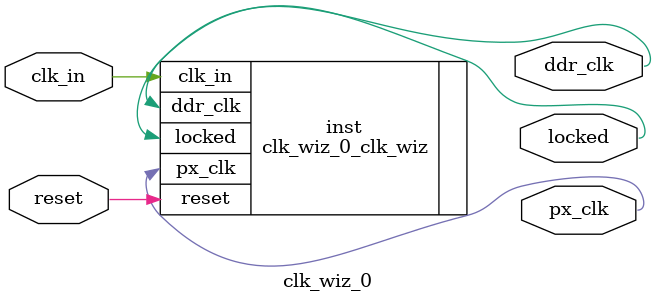
<source format=v>


`timescale 1ps/1ps

(* CORE_GENERATION_INFO = "clk_wiz_0,clk_wiz_v5_4_2_0,{component_name=clk_wiz_0,use_phase_alignment=true,use_min_o_jitter=false,use_max_i_jitter=false,use_dyn_phase_shift=false,use_inclk_switchover=false,use_dyn_reconfig=false,enable_axi=0,feedback_source=FDBK_AUTO,PRIMITIVE=MMCM,num_out_clk=2,clkin1_period=8.000,clkin2_period=10.0,use_power_down=false,use_reset=true,use_locked=true,use_inclk_stopped=false,feedback_type=SINGLE,CLOCK_MGR_TYPE=NA,manual_override=false}" *)

module clk_wiz_0 
 (
  // Clock out ports
  output        px_clk,
  output        ddr_clk,
  // Status and control signals
  input         reset,
  output        locked,
 // Clock in ports
  input         clk_in
 );

  clk_wiz_0_clk_wiz inst
  (
  // Clock out ports  
  .px_clk(px_clk),
  .ddr_clk(ddr_clk),
  // Status and control signals               
  .reset(reset), 
  .locked(locked),
 // Clock in ports
  .clk_in(clk_in)
  );

endmodule

</source>
